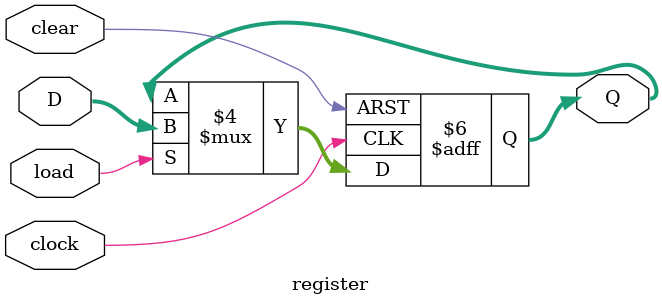
<source format=v>
module register
#(parameter n=8)
(
 input clock,clear,load,
 input [n-1:0] D,
    output reg [n-1:0] Q
);
    always @(posedge clock or negedge clear ) begin
        if (clear==0) begin
            Q<=0;
        end
        else if (load==1) begin
            Q<=D;
        end
    end
endmodule
</source>
